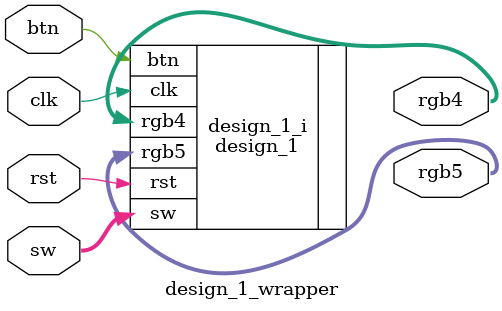
<source format=v>
`timescale 1 ps / 1 ps

module design_1_wrapper
   (btn,
    clk,
    rgb4,
    rgb5,
    rst,
    sw);
  input btn;
  input clk;
  output [2:0]rgb4;
  output [2:0]rgb5;
  input rst;
  input [1:0]sw;

  wire btn;
  wire clk;
  wire [2:0]rgb4;
  wire [2:0]rgb5;
  wire rst;
  wire [1:0]sw;

  design_1 design_1_i
       (.btn(btn),
        .clk(clk),
        .rgb4(rgb4),
        .rgb5(rgb5),
        .rst(rst),
        .sw(sw));
endmodule

</source>
